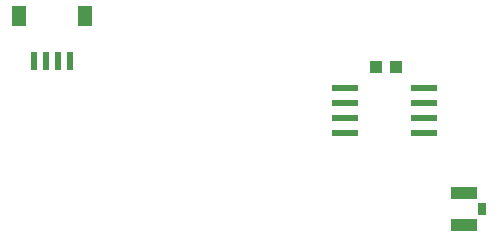
<source format=gbp>
G04 #@! TF.GenerationSoftware,KiCad,Pcbnew,5.0.2-bee76a0~70~ubuntu18.04.1*
G04 #@! TF.CreationDate,2019-01-10T21:18:08-06:00*
G04 #@! TF.ProjectId,Adafruit Feather M0 RFMxx,41646166-7275-4697-9420-466561746865,rev?*
G04 #@! TF.SameCoordinates,Original*
G04 #@! TF.FileFunction,Paste,Bot*
G04 #@! TF.FilePolarity,Positive*
%FSLAX46Y46*%
G04 Gerber Fmt 4.6, Leading zero omitted, Abs format (unit mm)*
G04 Created by KiCad (PCBNEW 5.0.2-bee76a0~70~ubuntu18.04.1) date Thu 10 Jan 2019 09:18:08 PM CST*
%MOMM*%
%LPD*%
G01*
G04 APERTURE LIST*
%ADD10R,0.800000X1.000000*%
%ADD11R,2.200000X1.050000*%
%ADD12R,0.600000X1.550000*%
%ADD13R,1.200000X1.800000*%
%ADD14R,1.100000X1.000000*%
%ADD15R,2.200000X0.600000*%
G04 APERTURE END LIST*
D10*
G04 #@! TO.C,X4*
X170219100Y-111353600D03*
D11*
X168694100Y-109978600D03*
X168694100Y-112728600D03*
G04 #@! TD*
D12*
G04 #@! TO.C,JP7*
X132352000Y-98871000D03*
X133352000Y-98871000D03*
X134352000Y-98871000D03*
X135352000Y-98871000D03*
D13*
X131052000Y-94996000D03*
X136652000Y-94996000D03*
G04 #@! TD*
D14*
G04 #@! TO.C,R4*
X162990000Y-99314000D03*
X161290000Y-99314000D03*
G04 #@! TD*
D15*
G04 #@! TO.C,U1*
X158691178Y-103622411D03*
X165321178Y-103622411D03*
X158691178Y-104892411D03*
X158691178Y-102352411D03*
X158691178Y-101082411D03*
X165321178Y-104892411D03*
X165321178Y-102352411D03*
X165321178Y-101082411D03*
G04 #@! TD*
M02*

</source>
